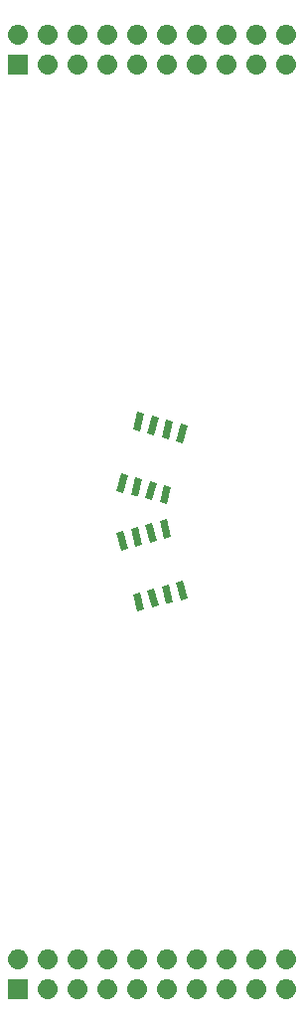
<source format=gbr>
G04 #@! TF.GenerationSoftware,KiCad,Pcbnew,5.0.2-bee76a0~70~ubuntu18.04.1*
G04 #@! TF.CreationDate,2019-10-25T10:51:07+02:00*
G04 #@! TF.ProjectId,atecc,61746563-632e-46b6-9963-61645f706362,rev?*
G04 #@! TF.SameCoordinates,Original*
G04 #@! TF.FileFunction,Soldermask,Top*
G04 #@! TF.FilePolarity,Negative*
%FSLAX46Y46*%
G04 Gerber Fmt 4.6, Leading zero omitted, Abs format (unit mm)*
G04 Created by KiCad (PCBNEW 5.0.2-bee76a0~70~ubuntu18.04.1) date ven. 25 oct. 2019 10:51:07 CEST*
%MOMM*%
%LPD*%
G01*
G04 APERTURE LIST*
%ADD10C,0.100000*%
G04 APERTURE END LIST*
D10*
G36*
X51650000Y-155790000D02*
X49950000Y-155790000D01*
X49950000Y-154090000D01*
X51650000Y-154090000D01*
X51650000Y-155790000D01*
X51650000Y-155790000D01*
G37*
G36*
X68746630Y-154102299D02*
X68906855Y-154150903D01*
X69054520Y-154229831D01*
X69183949Y-154336051D01*
X69290169Y-154465480D01*
X69369097Y-154613145D01*
X69417701Y-154773370D01*
X69434112Y-154940000D01*
X69417701Y-155106630D01*
X69369097Y-155266855D01*
X69290169Y-155414520D01*
X69183949Y-155543949D01*
X69054520Y-155650169D01*
X68906855Y-155729097D01*
X68746630Y-155777701D01*
X68621752Y-155790000D01*
X68538248Y-155790000D01*
X68413370Y-155777701D01*
X68253145Y-155729097D01*
X68105480Y-155650169D01*
X67976051Y-155543949D01*
X67869831Y-155414520D01*
X67790903Y-155266855D01*
X67742299Y-155106630D01*
X67725888Y-154940000D01*
X67742299Y-154773370D01*
X67790903Y-154613145D01*
X67869831Y-154465480D01*
X67976051Y-154336051D01*
X68105480Y-154229831D01*
X68253145Y-154150903D01*
X68413370Y-154102299D01*
X68538248Y-154090000D01*
X68621752Y-154090000D01*
X68746630Y-154102299D01*
X68746630Y-154102299D01*
G37*
G36*
X73826630Y-154102299D02*
X73986855Y-154150903D01*
X74134520Y-154229831D01*
X74263949Y-154336051D01*
X74370169Y-154465480D01*
X74449097Y-154613145D01*
X74497701Y-154773370D01*
X74514112Y-154940000D01*
X74497701Y-155106630D01*
X74449097Y-155266855D01*
X74370169Y-155414520D01*
X74263949Y-155543949D01*
X74134520Y-155650169D01*
X73986855Y-155729097D01*
X73826630Y-155777701D01*
X73701752Y-155790000D01*
X73618248Y-155790000D01*
X73493370Y-155777701D01*
X73333145Y-155729097D01*
X73185480Y-155650169D01*
X73056051Y-155543949D01*
X72949831Y-155414520D01*
X72870903Y-155266855D01*
X72822299Y-155106630D01*
X72805888Y-154940000D01*
X72822299Y-154773370D01*
X72870903Y-154613145D01*
X72949831Y-154465480D01*
X73056051Y-154336051D01*
X73185480Y-154229831D01*
X73333145Y-154150903D01*
X73493370Y-154102299D01*
X73618248Y-154090000D01*
X73701752Y-154090000D01*
X73826630Y-154102299D01*
X73826630Y-154102299D01*
G37*
G36*
X71286630Y-154102299D02*
X71446855Y-154150903D01*
X71594520Y-154229831D01*
X71723949Y-154336051D01*
X71830169Y-154465480D01*
X71909097Y-154613145D01*
X71957701Y-154773370D01*
X71974112Y-154940000D01*
X71957701Y-155106630D01*
X71909097Y-155266855D01*
X71830169Y-155414520D01*
X71723949Y-155543949D01*
X71594520Y-155650169D01*
X71446855Y-155729097D01*
X71286630Y-155777701D01*
X71161752Y-155790000D01*
X71078248Y-155790000D01*
X70953370Y-155777701D01*
X70793145Y-155729097D01*
X70645480Y-155650169D01*
X70516051Y-155543949D01*
X70409831Y-155414520D01*
X70330903Y-155266855D01*
X70282299Y-155106630D01*
X70265888Y-154940000D01*
X70282299Y-154773370D01*
X70330903Y-154613145D01*
X70409831Y-154465480D01*
X70516051Y-154336051D01*
X70645480Y-154229831D01*
X70793145Y-154150903D01*
X70953370Y-154102299D01*
X71078248Y-154090000D01*
X71161752Y-154090000D01*
X71286630Y-154102299D01*
X71286630Y-154102299D01*
G37*
G36*
X66206630Y-154102299D02*
X66366855Y-154150903D01*
X66514520Y-154229831D01*
X66643949Y-154336051D01*
X66750169Y-154465480D01*
X66829097Y-154613145D01*
X66877701Y-154773370D01*
X66894112Y-154940000D01*
X66877701Y-155106630D01*
X66829097Y-155266855D01*
X66750169Y-155414520D01*
X66643949Y-155543949D01*
X66514520Y-155650169D01*
X66366855Y-155729097D01*
X66206630Y-155777701D01*
X66081752Y-155790000D01*
X65998248Y-155790000D01*
X65873370Y-155777701D01*
X65713145Y-155729097D01*
X65565480Y-155650169D01*
X65436051Y-155543949D01*
X65329831Y-155414520D01*
X65250903Y-155266855D01*
X65202299Y-155106630D01*
X65185888Y-154940000D01*
X65202299Y-154773370D01*
X65250903Y-154613145D01*
X65329831Y-154465480D01*
X65436051Y-154336051D01*
X65565480Y-154229831D01*
X65713145Y-154150903D01*
X65873370Y-154102299D01*
X65998248Y-154090000D01*
X66081752Y-154090000D01*
X66206630Y-154102299D01*
X66206630Y-154102299D01*
G37*
G36*
X63666630Y-154102299D02*
X63826855Y-154150903D01*
X63974520Y-154229831D01*
X64103949Y-154336051D01*
X64210169Y-154465480D01*
X64289097Y-154613145D01*
X64337701Y-154773370D01*
X64354112Y-154940000D01*
X64337701Y-155106630D01*
X64289097Y-155266855D01*
X64210169Y-155414520D01*
X64103949Y-155543949D01*
X63974520Y-155650169D01*
X63826855Y-155729097D01*
X63666630Y-155777701D01*
X63541752Y-155790000D01*
X63458248Y-155790000D01*
X63333370Y-155777701D01*
X63173145Y-155729097D01*
X63025480Y-155650169D01*
X62896051Y-155543949D01*
X62789831Y-155414520D01*
X62710903Y-155266855D01*
X62662299Y-155106630D01*
X62645888Y-154940000D01*
X62662299Y-154773370D01*
X62710903Y-154613145D01*
X62789831Y-154465480D01*
X62896051Y-154336051D01*
X63025480Y-154229831D01*
X63173145Y-154150903D01*
X63333370Y-154102299D01*
X63458248Y-154090000D01*
X63541752Y-154090000D01*
X63666630Y-154102299D01*
X63666630Y-154102299D01*
G37*
G36*
X58586630Y-154102299D02*
X58746855Y-154150903D01*
X58894520Y-154229831D01*
X59023949Y-154336051D01*
X59130169Y-154465480D01*
X59209097Y-154613145D01*
X59257701Y-154773370D01*
X59274112Y-154940000D01*
X59257701Y-155106630D01*
X59209097Y-155266855D01*
X59130169Y-155414520D01*
X59023949Y-155543949D01*
X58894520Y-155650169D01*
X58746855Y-155729097D01*
X58586630Y-155777701D01*
X58461752Y-155790000D01*
X58378248Y-155790000D01*
X58253370Y-155777701D01*
X58093145Y-155729097D01*
X57945480Y-155650169D01*
X57816051Y-155543949D01*
X57709831Y-155414520D01*
X57630903Y-155266855D01*
X57582299Y-155106630D01*
X57565888Y-154940000D01*
X57582299Y-154773370D01*
X57630903Y-154613145D01*
X57709831Y-154465480D01*
X57816051Y-154336051D01*
X57945480Y-154229831D01*
X58093145Y-154150903D01*
X58253370Y-154102299D01*
X58378248Y-154090000D01*
X58461752Y-154090000D01*
X58586630Y-154102299D01*
X58586630Y-154102299D01*
G37*
G36*
X56046630Y-154102299D02*
X56206855Y-154150903D01*
X56354520Y-154229831D01*
X56483949Y-154336051D01*
X56590169Y-154465480D01*
X56669097Y-154613145D01*
X56717701Y-154773370D01*
X56734112Y-154940000D01*
X56717701Y-155106630D01*
X56669097Y-155266855D01*
X56590169Y-155414520D01*
X56483949Y-155543949D01*
X56354520Y-155650169D01*
X56206855Y-155729097D01*
X56046630Y-155777701D01*
X55921752Y-155790000D01*
X55838248Y-155790000D01*
X55713370Y-155777701D01*
X55553145Y-155729097D01*
X55405480Y-155650169D01*
X55276051Y-155543949D01*
X55169831Y-155414520D01*
X55090903Y-155266855D01*
X55042299Y-155106630D01*
X55025888Y-154940000D01*
X55042299Y-154773370D01*
X55090903Y-154613145D01*
X55169831Y-154465480D01*
X55276051Y-154336051D01*
X55405480Y-154229831D01*
X55553145Y-154150903D01*
X55713370Y-154102299D01*
X55838248Y-154090000D01*
X55921752Y-154090000D01*
X56046630Y-154102299D01*
X56046630Y-154102299D01*
G37*
G36*
X53506630Y-154102299D02*
X53666855Y-154150903D01*
X53814520Y-154229831D01*
X53943949Y-154336051D01*
X54050169Y-154465480D01*
X54129097Y-154613145D01*
X54177701Y-154773370D01*
X54194112Y-154940000D01*
X54177701Y-155106630D01*
X54129097Y-155266855D01*
X54050169Y-155414520D01*
X53943949Y-155543949D01*
X53814520Y-155650169D01*
X53666855Y-155729097D01*
X53506630Y-155777701D01*
X53381752Y-155790000D01*
X53298248Y-155790000D01*
X53173370Y-155777701D01*
X53013145Y-155729097D01*
X52865480Y-155650169D01*
X52736051Y-155543949D01*
X52629831Y-155414520D01*
X52550903Y-155266855D01*
X52502299Y-155106630D01*
X52485888Y-154940000D01*
X52502299Y-154773370D01*
X52550903Y-154613145D01*
X52629831Y-154465480D01*
X52736051Y-154336051D01*
X52865480Y-154229831D01*
X53013145Y-154150903D01*
X53173370Y-154102299D01*
X53298248Y-154090000D01*
X53381752Y-154090000D01*
X53506630Y-154102299D01*
X53506630Y-154102299D01*
G37*
G36*
X61126630Y-154102299D02*
X61286855Y-154150903D01*
X61434520Y-154229831D01*
X61563949Y-154336051D01*
X61670169Y-154465480D01*
X61749097Y-154613145D01*
X61797701Y-154773370D01*
X61814112Y-154940000D01*
X61797701Y-155106630D01*
X61749097Y-155266855D01*
X61670169Y-155414520D01*
X61563949Y-155543949D01*
X61434520Y-155650169D01*
X61286855Y-155729097D01*
X61126630Y-155777701D01*
X61001752Y-155790000D01*
X60918248Y-155790000D01*
X60793370Y-155777701D01*
X60633145Y-155729097D01*
X60485480Y-155650169D01*
X60356051Y-155543949D01*
X60249831Y-155414520D01*
X60170903Y-155266855D01*
X60122299Y-155106630D01*
X60105888Y-154940000D01*
X60122299Y-154773370D01*
X60170903Y-154613145D01*
X60249831Y-154465480D01*
X60356051Y-154336051D01*
X60485480Y-154229831D01*
X60633145Y-154150903D01*
X60793370Y-154102299D01*
X60918248Y-154090000D01*
X61001752Y-154090000D01*
X61126630Y-154102299D01*
X61126630Y-154102299D01*
G37*
G36*
X53506630Y-151562299D02*
X53666855Y-151610903D01*
X53814520Y-151689831D01*
X53943949Y-151796051D01*
X54050169Y-151925480D01*
X54129097Y-152073145D01*
X54177701Y-152233370D01*
X54194112Y-152400000D01*
X54177701Y-152566630D01*
X54129097Y-152726855D01*
X54050169Y-152874520D01*
X53943949Y-153003949D01*
X53814520Y-153110169D01*
X53666855Y-153189097D01*
X53506630Y-153237701D01*
X53381752Y-153250000D01*
X53298248Y-153250000D01*
X53173370Y-153237701D01*
X53013145Y-153189097D01*
X52865480Y-153110169D01*
X52736051Y-153003949D01*
X52629831Y-152874520D01*
X52550903Y-152726855D01*
X52502299Y-152566630D01*
X52485888Y-152400000D01*
X52502299Y-152233370D01*
X52550903Y-152073145D01*
X52629831Y-151925480D01*
X52736051Y-151796051D01*
X52865480Y-151689831D01*
X53013145Y-151610903D01*
X53173370Y-151562299D01*
X53298248Y-151550000D01*
X53381752Y-151550000D01*
X53506630Y-151562299D01*
X53506630Y-151562299D01*
G37*
G36*
X50966630Y-151562299D02*
X51126855Y-151610903D01*
X51274520Y-151689831D01*
X51403949Y-151796051D01*
X51510169Y-151925480D01*
X51589097Y-152073145D01*
X51637701Y-152233370D01*
X51654112Y-152400000D01*
X51637701Y-152566630D01*
X51589097Y-152726855D01*
X51510169Y-152874520D01*
X51403949Y-153003949D01*
X51274520Y-153110169D01*
X51126855Y-153189097D01*
X50966630Y-153237701D01*
X50841752Y-153250000D01*
X50758248Y-153250000D01*
X50633370Y-153237701D01*
X50473145Y-153189097D01*
X50325480Y-153110169D01*
X50196051Y-153003949D01*
X50089831Y-152874520D01*
X50010903Y-152726855D01*
X49962299Y-152566630D01*
X49945888Y-152400000D01*
X49962299Y-152233370D01*
X50010903Y-152073145D01*
X50089831Y-151925480D01*
X50196051Y-151796051D01*
X50325480Y-151689831D01*
X50473145Y-151610903D01*
X50633370Y-151562299D01*
X50758248Y-151550000D01*
X50841752Y-151550000D01*
X50966630Y-151562299D01*
X50966630Y-151562299D01*
G37*
G36*
X71286630Y-151562299D02*
X71446855Y-151610903D01*
X71594520Y-151689831D01*
X71723949Y-151796051D01*
X71830169Y-151925480D01*
X71909097Y-152073145D01*
X71957701Y-152233370D01*
X71974112Y-152400000D01*
X71957701Y-152566630D01*
X71909097Y-152726855D01*
X71830169Y-152874520D01*
X71723949Y-153003949D01*
X71594520Y-153110169D01*
X71446855Y-153189097D01*
X71286630Y-153237701D01*
X71161752Y-153250000D01*
X71078248Y-153250000D01*
X70953370Y-153237701D01*
X70793145Y-153189097D01*
X70645480Y-153110169D01*
X70516051Y-153003949D01*
X70409831Y-152874520D01*
X70330903Y-152726855D01*
X70282299Y-152566630D01*
X70265888Y-152400000D01*
X70282299Y-152233370D01*
X70330903Y-152073145D01*
X70409831Y-151925480D01*
X70516051Y-151796051D01*
X70645480Y-151689831D01*
X70793145Y-151610903D01*
X70953370Y-151562299D01*
X71078248Y-151550000D01*
X71161752Y-151550000D01*
X71286630Y-151562299D01*
X71286630Y-151562299D01*
G37*
G36*
X56046630Y-151562299D02*
X56206855Y-151610903D01*
X56354520Y-151689831D01*
X56483949Y-151796051D01*
X56590169Y-151925480D01*
X56669097Y-152073145D01*
X56717701Y-152233370D01*
X56734112Y-152400000D01*
X56717701Y-152566630D01*
X56669097Y-152726855D01*
X56590169Y-152874520D01*
X56483949Y-153003949D01*
X56354520Y-153110169D01*
X56206855Y-153189097D01*
X56046630Y-153237701D01*
X55921752Y-153250000D01*
X55838248Y-153250000D01*
X55713370Y-153237701D01*
X55553145Y-153189097D01*
X55405480Y-153110169D01*
X55276051Y-153003949D01*
X55169831Y-152874520D01*
X55090903Y-152726855D01*
X55042299Y-152566630D01*
X55025888Y-152400000D01*
X55042299Y-152233370D01*
X55090903Y-152073145D01*
X55169831Y-151925480D01*
X55276051Y-151796051D01*
X55405480Y-151689831D01*
X55553145Y-151610903D01*
X55713370Y-151562299D01*
X55838248Y-151550000D01*
X55921752Y-151550000D01*
X56046630Y-151562299D01*
X56046630Y-151562299D01*
G37*
G36*
X68746630Y-151562299D02*
X68906855Y-151610903D01*
X69054520Y-151689831D01*
X69183949Y-151796051D01*
X69290169Y-151925480D01*
X69369097Y-152073145D01*
X69417701Y-152233370D01*
X69434112Y-152400000D01*
X69417701Y-152566630D01*
X69369097Y-152726855D01*
X69290169Y-152874520D01*
X69183949Y-153003949D01*
X69054520Y-153110169D01*
X68906855Y-153189097D01*
X68746630Y-153237701D01*
X68621752Y-153250000D01*
X68538248Y-153250000D01*
X68413370Y-153237701D01*
X68253145Y-153189097D01*
X68105480Y-153110169D01*
X67976051Y-153003949D01*
X67869831Y-152874520D01*
X67790903Y-152726855D01*
X67742299Y-152566630D01*
X67725888Y-152400000D01*
X67742299Y-152233370D01*
X67790903Y-152073145D01*
X67869831Y-151925480D01*
X67976051Y-151796051D01*
X68105480Y-151689831D01*
X68253145Y-151610903D01*
X68413370Y-151562299D01*
X68538248Y-151550000D01*
X68621752Y-151550000D01*
X68746630Y-151562299D01*
X68746630Y-151562299D01*
G37*
G36*
X58586630Y-151562299D02*
X58746855Y-151610903D01*
X58894520Y-151689831D01*
X59023949Y-151796051D01*
X59130169Y-151925480D01*
X59209097Y-152073145D01*
X59257701Y-152233370D01*
X59274112Y-152400000D01*
X59257701Y-152566630D01*
X59209097Y-152726855D01*
X59130169Y-152874520D01*
X59023949Y-153003949D01*
X58894520Y-153110169D01*
X58746855Y-153189097D01*
X58586630Y-153237701D01*
X58461752Y-153250000D01*
X58378248Y-153250000D01*
X58253370Y-153237701D01*
X58093145Y-153189097D01*
X57945480Y-153110169D01*
X57816051Y-153003949D01*
X57709831Y-152874520D01*
X57630903Y-152726855D01*
X57582299Y-152566630D01*
X57565888Y-152400000D01*
X57582299Y-152233370D01*
X57630903Y-152073145D01*
X57709831Y-151925480D01*
X57816051Y-151796051D01*
X57945480Y-151689831D01*
X58093145Y-151610903D01*
X58253370Y-151562299D01*
X58378248Y-151550000D01*
X58461752Y-151550000D01*
X58586630Y-151562299D01*
X58586630Y-151562299D01*
G37*
G36*
X73826630Y-151562299D02*
X73986855Y-151610903D01*
X74134520Y-151689831D01*
X74263949Y-151796051D01*
X74370169Y-151925480D01*
X74449097Y-152073145D01*
X74497701Y-152233370D01*
X74514112Y-152400000D01*
X74497701Y-152566630D01*
X74449097Y-152726855D01*
X74370169Y-152874520D01*
X74263949Y-153003949D01*
X74134520Y-153110169D01*
X73986855Y-153189097D01*
X73826630Y-153237701D01*
X73701752Y-153250000D01*
X73618248Y-153250000D01*
X73493370Y-153237701D01*
X73333145Y-153189097D01*
X73185480Y-153110169D01*
X73056051Y-153003949D01*
X72949831Y-152874520D01*
X72870903Y-152726855D01*
X72822299Y-152566630D01*
X72805888Y-152400000D01*
X72822299Y-152233370D01*
X72870903Y-152073145D01*
X72949831Y-151925480D01*
X73056051Y-151796051D01*
X73185480Y-151689831D01*
X73333145Y-151610903D01*
X73493370Y-151562299D01*
X73618248Y-151550000D01*
X73701752Y-151550000D01*
X73826630Y-151562299D01*
X73826630Y-151562299D01*
G37*
G36*
X61126630Y-151562299D02*
X61286855Y-151610903D01*
X61434520Y-151689831D01*
X61563949Y-151796051D01*
X61670169Y-151925480D01*
X61749097Y-152073145D01*
X61797701Y-152233370D01*
X61814112Y-152400000D01*
X61797701Y-152566630D01*
X61749097Y-152726855D01*
X61670169Y-152874520D01*
X61563949Y-153003949D01*
X61434520Y-153110169D01*
X61286855Y-153189097D01*
X61126630Y-153237701D01*
X61001752Y-153250000D01*
X60918248Y-153250000D01*
X60793370Y-153237701D01*
X60633145Y-153189097D01*
X60485480Y-153110169D01*
X60356051Y-153003949D01*
X60249831Y-152874520D01*
X60170903Y-152726855D01*
X60122299Y-152566630D01*
X60105888Y-152400000D01*
X60122299Y-152233370D01*
X60170903Y-152073145D01*
X60249831Y-151925480D01*
X60356051Y-151796051D01*
X60485480Y-151689831D01*
X60633145Y-151610903D01*
X60793370Y-151562299D01*
X60918248Y-151550000D01*
X61001752Y-151550000D01*
X61126630Y-151562299D01*
X61126630Y-151562299D01*
G37*
G36*
X66206630Y-151562299D02*
X66366855Y-151610903D01*
X66514520Y-151689831D01*
X66643949Y-151796051D01*
X66750169Y-151925480D01*
X66829097Y-152073145D01*
X66877701Y-152233370D01*
X66894112Y-152400000D01*
X66877701Y-152566630D01*
X66829097Y-152726855D01*
X66750169Y-152874520D01*
X66643949Y-153003949D01*
X66514520Y-153110169D01*
X66366855Y-153189097D01*
X66206630Y-153237701D01*
X66081752Y-153250000D01*
X65998248Y-153250000D01*
X65873370Y-153237701D01*
X65713145Y-153189097D01*
X65565480Y-153110169D01*
X65436051Y-153003949D01*
X65329831Y-152874520D01*
X65250903Y-152726855D01*
X65202299Y-152566630D01*
X65185888Y-152400000D01*
X65202299Y-152233370D01*
X65250903Y-152073145D01*
X65329831Y-151925480D01*
X65436051Y-151796051D01*
X65565480Y-151689831D01*
X65713145Y-151610903D01*
X65873370Y-151562299D01*
X65998248Y-151550000D01*
X66081752Y-151550000D01*
X66206630Y-151562299D01*
X66206630Y-151562299D01*
G37*
G36*
X63666630Y-151562299D02*
X63826855Y-151610903D01*
X63974520Y-151689831D01*
X64103949Y-151796051D01*
X64210169Y-151925480D01*
X64289097Y-152073145D01*
X64337701Y-152233370D01*
X64354112Y-152400000D01*
X64337701Y-152566630D01*
X64289097Y-152726855D01*
X64210169Y-152874520D01*
X64103949Y-153003949D01*
X63974520Y-153110169D01*
X63826855Y-153189097D01*
X63666630Y-153237701D01*
X63541752Y-153250000D01*
X63458248Y-153250000D01*
X63333370Y-153237701D01*
X63173145Y-153189097D01*
X63025480Y-153110169D01*
X62896051Y-153003949D01*
X62789831Y-152874520D01*
X62710903Y-152726855D01*
X62662299Y-152566630D01*
X62645888Y-152400000D01*
X62662299Y-152233370D01*
X62710903Y-152073145D01*
X62789831Y-151925480D01*
X62896051Y-151796051D01*
X63025480Y-151689831D01*
X63173145Y-151610903D01*
X63333370Y-151562299D01*
X63458248Y-151550000D01*
X63541752Y-151550000D01*
X63666630Y-151562299D01*
X63666630Y-151562299D01*
G37*
G36*
X61579086Y-122643997D02*
X60999530Y-122799288D01*
X60598360Y-121302103D01*
X61177916Y-121146812D01*
X61579086Y-122643997D01*
X61579086Y-122643997D01*
G37*
G36*
X62805812Y-122315297D02*
X62226256Y-122470588D01*
X61825086Y-120973403D01*
X62404642Y-120818112D01*
X62805812Y-122315297D01*
X62805812Y-122315297D01*
G37*
G36*
X64032537Y-121986597D02*
X63452981Y-122141888D01*
X63051811Y-120644703D01*
X63631367Y-120489412D01*
X64032537Y-121986597D01*
X64032537Y-121986597D01*
G37*
G36*
X65259263Y-121657896D02*
X64679707Y-121813187D01*
X64278537Y-120316002D01*
X64858093Y-120160711D01*
X65259263Y-121657896D01*
X65259263Y-121657896D01*
G37*
G36*
X60181463Y-117427998D02*
X59601907Y-117583289D01*
X59200737Y-116086104D01*
X59780293Y-115930813D01*
X60181463Y-117427998D01*
X60181463Y-117427998D01*
G37*
G36*
X61408189Y-117099297D02*
X60828633Y-117254588D01*
X60427463Y-115757403D01*
X61007019Y-115602112D01*
X61408189Y-117099297D01*
X61408189Y-117099297D01*
G37*
G36*
X62634914Y-116770597D02*
X62055358Y-116925888D01*
X61654188Y-115428703D01*
X62233744Y-115273412D01*
X62634914Y-116770597D01*
X62634914Y-116770597D01*
G37*
G36*
X63861640Y-116441897D02*
X63282084Y-116597188D01*
X62880914Y-115100003D01*
X63460470Y-114944712D01*
X63861640Y-116441897D01*
X63861640Y-116441897D01*
G37*
G36*
X63861640Y-112158103D02*
X63460470Y-113655288D01*
X62880914Y-113499997D01*
X63282084Y-112002812D01*
X63861640Y-112158103D01*
X63861640Y-112158103D01*
G37*
G36*
X62634914Y-111829403D02*
X62233744Y-113326588D01*
X61654188Y-113171297D01*
X62055358Y-111674112D01*
X62634914Y-111829403D01*
X62634914Y-111829403D01*
G37*
G36*
X61408189Y-111500703D02*
X61007019Y-112997888D01*
X60427463Y-112842597D01*
X60828633Y-111345412D01*
X61408189Y-111500703D01*
X61408189Y-111500703D01*
G37*
G36*
X60181463Y-111172002D02*
X59780293Y-112669187D01*
X59200737Y-112513896D01*
X59601907Y-111016711D01*
X60181463Y-111172002D01*
X60181463Y-111172002D01*
G37*
G36*
X65259263Y-106942104D02*
X64858093Y-108439289D01*
X64278537Y-108283998D01*
X64679707Y-106786813D01*
X65259263Y-106942104D01*
X65259263Y-106942104D01*
G37*
G36*
X64032537Y-106613403D02*
X63631367Y-108110588D01*
X63051811Y-107955297D01*
X63452981Y-106458112D01*
X64032537Y-106613403D01*
X64032537Y-106613403D01*
G37*
G36*
X62805812Y-106284703D02*
X62404642Y-107781888D01*
X61825086Y-107626597D01*
X62226256Y-106129412D01*
X62805812Y-106284703D01*
X62805812Y-106284703D01*
G37*
G36*
X61579086Y-105956003D02*
X61177916Y-107453188D01*
X60598360Y-107297897D01*
X60999530Y-105800712D01*
X61579086Y-105956003D01*
X61579086Y-105956003D01*
G37*
G36*
X63666630Y-75362299D02*
X63826855Y-75410903D01*
X63974520Y-75489831D01*
X64103949Y-75596051D01*
X64210169Y-75725480D01*
X64289097Y-75873145D01*
X64337701Y-76033370D01*
X64354112Y-76200000D01*
X64337701Y-76366630D01*
X64289097Y-76526855D01*
X64210169Y-76674520D01*
X64103949Y-76803949D01*
X63974520Y-76910169D01*
X63826855Y-76989097D01*
X63666630Y-77037701D01*
X63541752Y-77050000D01*
X63458248Y-77050000D01*
X63333370Y-77037701D01*
X63173145Y-76989097D01*
X63025480Y-76910169D01*
X62896051Y-76803949D01*
X62789831Y-76674520D01*
X62710903Y-76526855D01*
X62662299Y-76366630D01*
X62645888Y-76200000D01*
X62662299Y-76033370D01*
X62710903Y-75873145D01*
X62789831Y-75725480D01*
X62896051Y-75596051D01*
X63025480Y-75489831D01*
X63173145Y-75410903D01*
X63333370Y-75362299D01*
X63458248Y-75350000D01*
X63541752Y-75350000D01*
X63666630Y-75362299D01*
X63666630Y-75362299D01*
G37*
G36*
X73826630Y-75362299D02*
X73986855Y-75410903D01*
X74134520Y-75489831D01*
X74263949Y-75596051D01*
X74370169Y-75725480D01*
X74449097Y-75873145D01*
X74497701Y-76033370D01*
X74514112Y-76200000D01*
X74497701Y-76366630D01*
X74449097Y-76526855D01*
X74370169Y-76674520D01*
X74263949Y-76803949D01*
X74134520Y-76910169D01*
X73986855Y-76989097D01*
X73826630Y-77037701D01*
X73701752Y-77050000D01*
X73618248Y-77050000D01*
X73493370Y-77037701D01*
X73333145Y-76989097D01*
X73185480Y-76910169D01*
X73056051Y-76803949D01*
X72949831Y-76674520D01*
X72870903Y-76526855D01*
X72822299Y-76366630D01*
X72805888Y-76200000D01*
X72822299Y-76033370D01*
X72870903Y-75873145D01*
X72949831Y-75725480D01*
X73056051Y-75596051D01*
X73185480Y-75489831D01*
X73333145Y-75410903D01*
X73493370Y-75362299D01*
X73618248Y-75350000D01*
X73701752Y-75350000D01*
X73826630Y-75362299D01*
X73826630Y-75362299D01*
G37*
G36*
X71286630Y-75362299D02*
X71446855Y-75410903D01*
X71594520Y-75489831D01*
X71723949Y-75596051D01*
X71830169Y-75725480D01*
X71909097Y-75873145D01*
X71957701Y-76033370D01*
X71974112Y-76200000D01*
X71957701Y-76366630D01*
X71909097Y-76526855D01*
X71830169Y-76674520D01*
X71723949Y-76803949D01*
X71594520Y-76910169D01*
X71446855Y-76989097D01*
X71286630Y-77037701D01*
X71161752Y-77050000D01*
X71078248Y-77050000D01*
X70953370Y-77037701D01*
X70793145Y-76989097D01*
X70645480Y-76910169D01*
X70516051Y-76803949D01*
X70409831Y-76674520D01*
X70330903Y-76526855D01*
X70282299Y-76366630D01*
X70265888Y-76200000D01*
X70282299Y-76033370D01*
X70330903Y-75873145D01*
X70409831Y-75725480D01*
X70516051Y-75596051D01*
X70645480Y-75489831D01*
X70793145Y-75410903D01*
X70953370Y-75362299D01*
X71078248Y-75350000D01*
X71161752Y-75350000D01*
X71286630Y-75362299D01*
X71286630Y-75362299D01*
G37*
G36*
X68746630Y-75362299D02*
X68906855Y-75410903D01*
X69054520Y-75489831D01*
X69183949Y-75596051D01*
X69290169Y-75725480D01*
X69369097Y-75873145D01*
X69417701Y-76033370D01*
X69434112Y-76200000D01*
X69417701Y-76366630D01*
X69369097Y-76526855D01*
X69290169Y-76674520D01*
X69183949Y-76803949D01*
X69054520Y-76910169D01*
X68906855Y-76989097D01*
X68746630Y-77037701D01*
X68621752Y-77050000D01*
X68538248Y-77050000D01*
X68413370Y-77037701D01*
X68253145Y-76989097D01*
X68105480Y-76910169D01*
X67976051Y-76803949D01*
X67869831Y-76674520D01*
X67790903Y-76526855D01*
X67742299Y-76366630D01*
X67725888Y-76200000D01*
X67742299Y-76033370D01*
X67790903Y-75873145D01*
X67869831Y-75725480D01*
X67976051Y-75596051D01*
X68105480Y-75489831D01*
X68253145Y-75410903D01*
X68413370Y-75362299D01*
X68538248Y-75350000D01*
X68621752Y-75350000D01*
X68746630Y-75362299D01*
X68746630Y-75362299D01*
G37*
G36*
X51650000Y-77050000D02*
X49950000Y-77050000D01*
X49950000Y-75350000D01*
X51650000Y-75350000D01*
X51650000Y-77050000D01*
X51650000Y-77050000D01*
G37*
G36*
X53506630Y-75362299D02*
X53666855Y-75410903D01*
X53814520Y-75489831D01*
X53943949Y-75596051D01*
X54050169Y-75725480D01*
X54129097Y-75873145D01*
X54177701Y-76033370D01*
X54194112Y-76200000D01*
X54177701Y-76366630D01*
X54129097Y-76526855D01*
X54050169Y-76674520D01*
X53943949Y-76803949D01*
X53814520Y-76910169D01*
X53666855Y-76989097D01*
X53506630Y-77037701D01*
X53381752Y-77050000D01*
X53298248Y-77050000D01*
X53173370Y-77037701D01*
X53013145Y-76989097D01*
X52865480Y-76910169D01*
X52736051Y-76803949D01*
X52629831Y-76674520D01*
X52550903Y-76526855D01*
X52502299Y-76366630D01*
X52485888Y-76200000D01*
X52502299Y-76033370D01*
X52550903Y-75873145D01*
X52629831Y-75725480D01*
X52736051Y-75596051D01*
X52865480Y-75489831D01*
X53013145Y-75410903D01*
X53173370Y-75362299D01*
X53298248Y-75350000D01*
X53381752Y-75350000D01*
X53506630Y-75362299D01*
X53506630Y-75362299D01*
G37*
G36*
X56046630Y-75362299D02*
X56206855Y-75410903D01*
X56354520Y-75489831D01*
X56483949Y-75596051D01*
X56590169Y-75725480D01*
X56669097Y-75873145D01*
X56717701Y-76033370D01*
X56734112Y-76200000D01*
X56717701Y-76366630D01*
X56669097Y-76526855D01*
X56590169Y-76674520D01*
X56483949Y-76803949D01*
X56354520Y-76910169D01*
X56206855Y-76989097D01*
X56046630Y-77037701D01*
X55921752Y-77050000D01*
X55838248Y-77050000D01*
X55713370Y-77037701D01*
X55553145Y-76989097D01*
X55405480Y-76910169D01*
X55276051Y-76803949D01*
X55169831Y-76674520D01*
X55090903Y-76526855D01*
X55042299Y-76366630D01*
X55025888Y-76200000D01*
X55042299Y-76033370D01*
X55090903Y-75873145D01*
X55169831Y-75725480D01*
X55276051Y-75596051D01*
X55405480Y-75489831D01*
X55553145Y-75410903D01*
X55713370Y-75362299D01*
X55838248Y-75350000D01*
X55921752Y-75350000D01*
X56046630Y-75362299D01*
X56046630Y-75362299D01*
G37*
G36*
X58586630Y-75362299D02*
X58746855Y-75410903D01*
X58894520Y-75489831D01*
X59023949Y-75596051D01*
X59130169Y-75725480D01*
X59209097Y-75873145D01*
X59257701Y-76033370D01*
X59274112Y-76200000D01*
X59257701Y-76366630D01*
X59209097Y-76526855D01*
X59130169Y-76674520D01*
X59023949Y-76803949D01*
X58894520Y-76910169D01*
X58746855Y-76989097D01*
X58586630Y-77037701D01*
X58461752Y-77050000D01*
X58378248Y-77050000D01*
X58253370Y-77037701D01*
X58093145Y-76989097D01*
X57945480Y-76910169D01*
X57816051Y-76803949D01*
X57709831Y-76674520D01*
X57630903Y-76526855D01*
X57582299Y-76366630D01*
X57565888Y-76200000D01*
X57582299Y-76033370D01*
X57630903Y-75873145D01*
X57709831Y-75725480D01*
X57816051Y-75596051D01*
X57945480Y-75489831D01*
X58093145Y-75410903D01*
X58253370Y-75362299D01*
X58378248Y-75350000D01*
X58461752Y-75350000D01*
X58586630Y-75362299D01*
X58586630Y-75362299D01*
G37*
G36*
X66206630Y-75362299D02*
X66366855Y-75410903D01*
X66514520Y-75489831D01*
X66643949Y-75596051D01*
X66750169Y-75725480D01*
X66829097Y-75873145D01*
X66877701Y-76033370D01*
X66894112Y-76200000D01*
X66877701Y-76366630D01*
X66829097Y-76526855D01*
X66750169Y-76674520D01*
X66643949Y-76803949D01*
X66514520Y-76910169D01*
X66366855Y-76989097D01*
X66206630Y-77037701D01*
X66081752Y-77050000D01*
X65998248Y-77050000D01*
X65873370Y-77037701D01*
X65713145Y-76989097D01*
X65565480Y-76910169D01*
X65436051Y-76803949D01*
X65329831Y-76674520D01*
X65250903Y-76526855D01*
X65202299Y-76366630D01*
X65185888Y-76200000D01*
X65202299Y-76033370D01*
X65250903Y-75873145D01*
X65329831Y-75725480D01*
X65436051Y-75596051D01*
X65565480Y-75489831D01*
X65713145Y-75410903D01*
X65873370Y-75362299D01*
X65998248Y-75350000D01*
X66081752Y-75350000D01*
X66206630Y-75362299D01*
X66206630Y-75362299D01*
G37*
G36*
X61126630Y-75362299D02*
X61286855Y-75410903D01*
X61434520Y-75489831D01*
X61563949Y-75596051D01*
X61670169Y-75725480D01*
X61749097Y-75873145D01*
X61797701Y-76033370D01*
X61814112Y-76200000D01*
X61797701Y-76366630D01*
X61749097Y-76526855D01*
X61670169Y-76674520D01*
X61563949Y-76803949D01*
X61434520Y-76910169D01*
X61286855Y-76989097D01*
X61126630Y-77037701D01*
X61001752Y-77050000D01*
X60918248Y-77050000D01*
X60793370Y-77037701D01*
X60633145Y-76989097D01*
X60485480Y-76910169D01*
X60356051Y-76803949D01*
X60249831Y-76674520D01*
X60170903Y-76526855D01*
X60122299Y-76366630D01*
X60105888Y-76200000D01*
X60122299Y-76033370D01*
X60170903Y-75873145D01*
X60249831Y-75725480D01*
X60356051Y-75596051D01*
X60485480Y-75489831D01*
X60633145Y-75410903D01*
X60793370Y-75362299D01*
X60918248Y-75350000D01*
X61001752Y-75350000D01*
X61126630Y-75362299D01*
X61126630Y-75362299D01*
G37*
G36*
X53506630Y-72822299D02*
X53666855Y-72870903D01*
X53814520Y-72949831D01*
X53943949Y-73056051D01*
X54050169Y-73185480D01*
X54129097Y-73333145D01*
X54177701Y-73493370D01*
X54194112Y-73660000D01*
X54177701Y-73826630D01*
X54129097Y-73986855D01*
X54050169Y-74134520D01*
X53943949Y-74263949D01*
X53814520Y-74370169D01*
X53666855Y-74449097D01*
X53506630Y-74497701D01*
X53381752Y-74510000D01*
X53298248Y-74510000D01*
X53173370Y-74497701D01*
X53013145Y-74449097D01*
X52865480Y-74370169D01*
X52736051Y-74263949D01*
X52629831Y-74134520D01*
X52550903Y-73986855D01*
X52502299Y-73826630D01*
X52485888Y-73660000D01*
X52502299Y-73493370D01*
X52550903Y-73333145D01*
X52629831Y-73185480D01*
X52736051Y-73056051D01*
X52865480Y-72949831D01*
X53013145Y-72870903D01*
X53173370Y-72822299D01*
X53298248Y-72810000D01*
X53381752Y-72810000D01*
X53506630Y-72822299D01*
X53506630Y-72822299D01*
G37*
G36*
X73826630Y-72822299D02*
X73986855Y-72870903D01*
X74134520Y-72949831D01*
X74263949Y-73056051D01*
X74370169Y-73185480D01*
X74449097Y-73333145D01*
X74497701Y-73493370D01*
X74514112Y-73660000D01*
X74497701Y-73826630D01*
X74449097Y-73986855D01*
X74370169Y-74134520D01*
X74263949Y-74263949D01*
X74134520Y-74370169D01*
X73986855Y-74449097D01*
X73826630Y-74497701D01*
X73701752Y-74510000D01*
X73618248Y-74510000D01*
X73493370Y-74497701D01*
X73333145Y-74449097D01*
X73185480Y-74370169D01*
X73056051Y-74263949D01*
X72949831Y-74134520D01*
X72870903Y-73986855D01*
X72822299Y-73826630D01*
X72805888Y-73660000D01*
X72822299Y-73493370D01*
X72870903Y-73333145D01*
X72949831Y-73185480D01*
X73056051Y-73056051D01*
X73185480Y-72949831D01*
X73333145Y-72870903D01*
X73493370Y-72822299D01*
X73618248Y-72810000D01*
X73701752Y-72810000D01*
X73826630Y-72822299D01*
X73826630Y-72822299D01*
G37*
G36*
X71286630Y-72822299D02*
X71446855Y-72870903D01*
X71594520Y-72949831D01*
X71723949Y-73056051D01*
X71830169Y-73185480D01*
X71909097Y-73333145D01*
X71957701Y-73493370D01*
X71974112Y-73660000D01*
X71957701Y-73826630D01*
X71909097Y-73986855D01*
X71830169Y-74134520D01*
X71723949Y-74263949D01*
X71594520Y-74370169D01*
X71446855Y-74449097D01*
X71286630Y-74497701D01*
X71161752Y-74510000D01*
X71078248Y-74510000D01*
X70953370Y-74497701D01*
X70793145Y-74449097D01*
X70645480Y-74370169D01*
X70516051Y-74263949D01*
X70409831Y-74134520D01*
X70330903Y-73986855D01*
X70282299Y-73826630D01*
X70265888Y-73660000D01*
X70282299Y-73493370D01*
X70330903Y-73333145D01*
X70409831Y-73185480D01*
X70516051Y-73056051D01*
X70645480Y-72949831D01*
X70793145Y-72870903D01*
X70953370Y-72822299D01*
X71078248Y-72810000D01*
X71161752Y-72810000D01*
X71286630Y-72822299D01*
X71286630Y-72822299D01*
G37*
G36*
X61126630Y-72822299D02*
X61286855Y-72870903D01*
X61434520Y-72949831D01*
X61563949Y-73056051D01*
X61670169Y-73185480D01*
X61749097Y-73333145D01*
X61797701Y-73493370D01*
X61814112Y-73660000D01*
X61797701Y-73826630D01*
X61749097Y-73986855D01*
X61670169Y-74134520D01*
X61563949Y-74263949D01*
X61434520Y-74370169D01*
X61286855Y-74449097D01*
X61126630Y-74497701D01*
X61001752Y-74510000D01*
X60918248Y-74510000D01*
X60793370Y-74497701D01*
X60633145Y-74449097D01*
X60485480Y-74370169D01*
X60356051Y-74263949D01*
X60249831Y-74134520D01*
X60170903Y-73986855D01*
X60122299Y-73826630D01*
X60105888Y-73660000D01*
X60122299Y-73493370D01*
X60170903Y-73333145D01*
X60249831Y-73185480D01*
X60356051Y-73056051D01*
X60485480Y-72949831D01*
X60633145Y-72870903D01*
X60793370Y-72822299D01*
X60918248Y-72810000D01*
X61001752Y-72810000D01*
X61126630Y-72822299D01*
X61126630Y-72822299D01*
G37*
G36*
X56046630Y-72822299D02*
X56206855Y-72870903D01*
X56354520Y-72949831D01*
X56483949Y-73056051D01*
X56590169Y-73185480D01*
X56669097Y-73333145D01*
X56717701Y-73493370D01*
X56734112Y-73660000D01*
X56717701Y-73826630D01*
X56669097Y-73986855D01*
X56590169Y-74134520D01*
X56483949Y-74263949D01*
X56354520Y-74370169D01*
X56206855Y-74449097D01*
X56046630Y-74497701D01*
X55921752Y-74510000D01*
X55838248Y-74510000D01*
X55713370Y-74497701D01*
X55553145Y-74449097D01*
X55405480Y-74370169D01*
X55276051Y-74263949D01*
X55169831Y-74134520D01*
X55090903Y-73986855D01*
X55042299Y-73826630D01*
X55025888Y-73660000D01*
X55042299Y-73493370D01*
X55090903Y-73333145D01*
X55169831Y-73185480D01*
X55276051Y-73056051D01*
X55405480Y-72949831D01*
X55553145Y-72870903D01*
X55713370Y-72822299D01*
X55838248Y-72810000D01*
X55921752Y-72810000D01*
X56046630Y-72822299D01*
X56046630Y-72822299D01*
G37*
G36*
X58586630Y-72822299D02*
X58746855Y-72870903D01*
X58894520Y-72949831D01*
X59023949Y-73056051D01*
X59130169Y-73185480D01*
X59209097Y-73333145D01*
X59257701Y-73493370D01*
X59274112Y-73660000D01*
X59257701Y-73826630D01*
X59209097Y-73986855D01*
X59130169Y-74134520D01*
X59023949Y-74263949D01*
X58894520Y-74370169D01*
X58746855Y-74449097D01*
X58586630Y-74497701D01*
X58461752Y-74510000D01*
X58378248Y-74510000D01*
X58253370Y-74497701D01*
X58093145Y-74449097D01*
X57945480Y-74370169D01*
X57816051Y-74263949D01*
X57709831Y-74134520D01*
X57630903Y-73986855D01*
X57582299Y-73826630D01*
X57565888Y-73660000D01*
X57582299Y-73493370D01*
X57630903Y-73333145D01*
X57709831Y-73185480D01*
X57816051Y-73056051D01*
X57945480Y-72949831D01*
X58093145Y-72870903D01*
X58253370Y-72822299D01*
X58378248Y-72810000D01*
X58461752Y-72810000D01*
X58586630Y-72822299D01*
X58586630Y-72822299D01*
G37*
G36*
X68746630Y-72822299D02*
X68906855Y-72870903D01*
X69054520Y-72949831D01*
X69183949Y-73056051D01*
X69290169Y-73185480D01*
X69369097Y-73333145D01*
X69417701Y-73493370D01*
X69434112Y-73660000D01*
X69417701Y-73826630D01*
X69369097Y-73986855D01*
X69290169Y-74134520D01*
X69183949Y-74263949D01*
X69054520Y-74370169D01*
X68906855Y-74449097D01*
X68746630Y-74497701D01*
X68621752Y-74510000D01*
X68538248Y-74510000D01*
X68413370Y-74497701D01*
X68253145Y-74449097D01*
X68105480Y-74370169D01*
X67976051Y-74263949D01*
X67869831Y-74134520D01*
X67790903Y-73986855D01*
X67742299Y-73826630D01*
X67725888Y-73660000D01*
X67742299Y-73493370D01*
X67790903Y-73333145D01*
X67869831Y-73185480D01*
X67976051Y-73056051D01*
X68105480Y-72949831D01*
X68253145Y-72870903D01*
X68413370Y-72822299D01*
X68538248Y-72810000D01*
X68621752Y-72810000D01*
X68746630Y-72822299D01*
X68746630Y-72822299D01*
G37*
G36*
X66206630Y-72822299D02*
X66366855Y-72870903D01*
X66514520Y-72949831D01*
X66643949Y-73056051D01*
X66750169Y-73185480D01*
X66829097Y-73333145D01*
X66877701Y-73493370D01*
X66894112Y-73660000D01*
X66877701Y-73826630D01*
X66829097Y-73986855D01*
X66750169Y-74134520D01*
X66643949Y-74263949D01*
X66514520Y-74370169D01*
X66366855Y-74449097D01*
X66206630Y-74497701D01*
X66081752Y-74510000D01*
X65998248Y-74510000D01*
X65873370Y-74497701D01*
X65713145Y-74449097D01*
X65565480Y-74370169D01*
X65436051Y-74263949D01*
X65329831Y-74134520D01*
X65250903Y-73986855D01*
X65202299Y-73826630D01*
X65185888Y-73660000D01*
X65202299Y-73493370D01*
X65250903Y-73333145D01*
X65329831Y-73185480D01*
X65436051Y-73056051D01*
X65565480Y-72949831D01*
X65713145Y-72870903D01*
X65873370Y-72822299D01*
X65998248Y-72810000D01*
X66081752Y-72810000D01*
X66206630Y-72822299D01*
X66206630Y-72822299D01*
G37*
G36*
X63666630Y-72822299D02*
X63826855Y-72870903D01*
X63974520Y-72949831D01*
X64103949Y-73056051D01*
X64210169Y-73185480D01*
X64289097Y-73333145D01*
X64337701Y-73493370D01*
X64354112Y-73660000D01*
X64337701Y-73826630D01*
X64289097Y-73986855D01*
X64210169Y-74134520D01*
X64103949Y-74263949D01*
X63974520Y-74370169D01*
X63826855Y-74449097D01*
X63666630Y-74497701D01*
X63541752Y-74510000D01*
X63458248Y-74510000D01*
X63333370Y-74497701D01*
X63173145Y-74449097D01*
X63025480Y-74370169D01*
X62896051Y-74263949D01*
X62789831Y-74134520D01*
X62710903Y-73986855D01*
X62662299Y-73826630D01*
X62645888Y-73660000D01*
X62662299Y-73493370D01*
X62710903Y-73333145D01*
X62789831Y-73185480D01*
X62896051Y-73056051D01*
X63025480Y-72949831D01*
X63173145Y-72870903D01*
X63333370Y-72822299D01*
X63458248Y-72810000D01*
X63541752Y-72810000D01*
X63666630Y-72822299D01*
X63666630Y-72822299D01*
G37*
G36*
X50966630Y-72822299D02*
X51126855Y-72870903D01*
X51274520Y-72949831D01*
X51403949Y-73056051D01*
X51510169Y-73185480D01*
X51589097Y-73333145D01*
X51637701Y-73493370D01*
X51654112Y-73660000D01*
X51637701Y-73826630D01*
X51589097Y-73986855D01*
X51510169Y-74134520D01*
X51403949Y-74263949D01*
X51274520Y-74370169D01*
X51126855Y-74449097D01*
X50966630Y-74497701D01*
X50841752Y-74510000D01*
X50758248Y-74510000D01*
X50633370Y-74497701D01*
X50473145Y-74449097D01*
X50325480Y-74370169D01*
X50196051Y-74263949D01*
X50089831Y-74134520D01*
X50010903Y-73986855D01*
X49962299Y-73826630D01*
X49945888Y-73660000D01*
X49962299Y-73493370D01*
X50010903Y-73333145D01*
X50089831Y-73185480D01*
X50196051Y-73056051D01*
X50325480Y-72949831D01*
X50473145Y-72870903D01*
X50633370Y-72822299D01*
X50758248Y-72810000D01*
X50841752Y-72810000D01*
X50966630Y-72822299D01*
X50966630Y-72822299D01*
G37*
M02*

</source>
